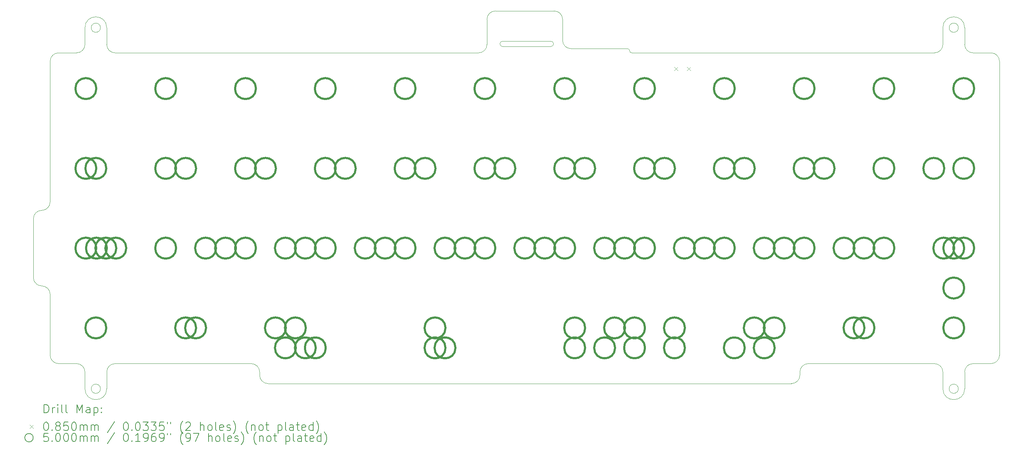
<source format=gbr>
%TF.GenerationSoftware,KiCad,Pcbnew,7.0.11-7.0.11~ubuntu22.04.1*%
%TF.CreationDate,2024-05-14T18:35:05+02:00*%
%TF.ProjectId,alpha4,616c7068-6134-42e6-9b69-6361645f7063,rev?*%
%TF.SameCoordinates,Original*%
%TF.FileFunction,Drillmap*%
%TF.FilePolarity,Positive*%
%FSLAX45Y45*%
G04 Gerber Fmt 4.5, Leading zero omitted, Abs format (unit mm)*
G04 Created by KiCad (PCBNEW 7.0.11-7.0.11~ubuntu22.04.1) date 2024-05-14 18:35:05*
%MOMM*%
%LPD*%
G01*
G04 APERTURE LIST*
%ADD10C,0.100000*%
%ADD11C,0.050000*%
%ADD12C,0.200000*%
%ADD13C,0.500000*%
G04 APERTURE END LIST*
D10*
X23909380Y-10220000D02*
G75*
G03*
X23709375Y-10020000I-200000J0D01*
G01*
X3430630Y-10220000D02*
G75*
G03*
X3230625Y-10020000I-200000J0D01*
G01*
X25060000Y-2600000D02*
X24629375Y-2600000D01*
X16382500Y-2500000D02*
X15032500Y-2500000D01*
X20697500Y-10020000D02*
G75*
G03*
X20497500Y-10220000I0J-200000D01*
G01*
X2200000Y-7965000D02*
G75*
G03*
X2400000Y-8165000I200000J0D01*
G01*
X3430625Y-2000000D02*
X3430625Y-2400000D01*
X7600620Y-10296250D02*
G75*
G03*
X7800625Y-10496250I200000J0D01*
G01*
D11*
X13402000Y-2320000D02*
G75*
G03*
X13402000Y-2450000I0J-65000D01*
G01*
D10*
X24279375Y-2000000D02*
G75*
G03*
X24059375Y-2000000I-110000J0D01*
G01*
X24059375Y-2000000D02*
G75*
G03*
X24279375Y-2000000I110000J0D01*
G01*
D11*
X14550000Y-2450000D02*
G75*
G03*
X14550000Y-2320000I0J65000D01*
G01*
D10*
X2200000Y-6560000D02*
X2200000Y-7965000D01*
D11*
X13402000Y-2320000D02*
X14550000Y-2320000D01*
D10*
X23709375Y-2600000D02*
X16482500Y-2600000D01*
X14632500Y-1599375D02*
X13227500Y-1599375D01*
X24429375Y-2000000D02*
G75*
G03*
X23909375Y-2000000I-260000J0D01*
G01*
X12827500Y-2600000D02*
G75*
G03*
X13027500Y-2400000I0J200000D01*
G01*
X13027500Y-1799375D02*
X13027500Y-2400000D01*
X3430625Y-10620000D02*
G75*
G03*
X3950625Y-10620000I260000J0D01*
G01*
X3950620Y-2400000D02*
G75*
G03*
X4150625Y-2600000I200000J0D01*
G01*
X7600630Y-10220000D02*
G75*
G03*
X7400625Y-10020000I-200000J0D01*
G01*
X25260000Y-9820000D02*
X25260000Y-2800000D01*
X3430625Y-10220000D02*
X3430625Y-10620000D01*
X2600000Y-8365000D02*
X2600000Y-9820000D01*
X3800625Y-2000000D02*
G75*
G03*
X3580625Y-2000000I-110000J0D01*
G01*
X3580625Y-2000000D02*
G75*
G03*
X3800625Y-2000000I110000J0D01*
G01*
X3800625Y-10620000D02*
G75*
G03*
X3580625Y-10620000I-110000J0D01*
G01*
X3580625Y-10620000D02*
G75*
G03*
X3800625Y-10620000I110000J0D01*
G01*
X14832495Y-1799375D02*
G75*
G03*
X14632500Y-1599375I-199995J5D01*
G01*
X14832500Y-2300000D02*
X14832500Y-1799375D01*
X20297500Y-10496250D02*
G75*
G03*
X20497500Y-10296250I0J200000D01*
G01*
X2800000Y-2600000D02*
G75*
G03*
X2600000Y-2800000I0J-200000D01*
G01*
X24429375Y-2400000D02*
X24429375Y-2000000D01*
X2400000Y-6360000D02*
G75*
G03*
X2200000Y-6560000I0J-200000D01*
G01*
X7600625Y-10220000D02*
X7600625Y-10296250D01*
X3950625Y-10620000D02*
X3950625Y-10220000D01*
X2600000Y-9820000D02*
G75*
G03*
X2800000Y-10020000I200000J0D01*
G01*
X4150625Y-10020005D02*
G75*
G03*
X3950625Y-10220000I-5J-199995D01*
G01*
X23909375Y-10220000D02*
X23909375Y-10620000D01*
X3230625Y-2599995D02*
G75*
G03*
X3430625Y-2400000I5J199995D01*
G01*
D11*
X14550000Y-2450000D02*
X13402000Y-2450000D01*
D10*
X14832500Y-2300000D02*
G75*
G03*
X15032500Y-2500000I200000J0D01*
G01*
X16432500Y-2550000D02*
G75*
G03*
X16482500Y-2600000I50000J0D01*
G01*
X3950625Y-2400000D02*
X3950625Y-2000000D01*
X25260000Y-2800000D02*
G75*
G03*
X25060000Y-2600000I-200000J0D01*
G01*
X12827500Y-2600000D02*
X4150625Y-2600000D01*
X24429370Y-2400000D02*
G75*
G03*
X24629375Y-2600000I200000J0D01*
G01*
X3950625Y-2000000D02*
G75*
G03*
X3430625Y-2000000I-260000J0D01*
G01*
X23909375Y-2000000D02*
X23909375Y-2400000D01*
X2600000Y-8365000D02*
G75*
G03*
X2400000Y-8165000I-200000J0D01*
G01*
X20697500Y-10020000D02*
X23709375Y-10020000D01*
X25060000Y-10020000D02*
G75*
G03*
X25260000Y-9820000I0J200000D01*
G01*
X3230625Y-2600000D02*
X2800000Y-2600000D01*
X24629375Y-10020000D02*
X25060000Y-10020000D01*
X2600000Y-2800000D02*
X2600000Y-6160000D01*
X24429375Y-10620000D02*
X24429375Y-10220000D01*
X23909375Y-10620000D02*
G75*
G03*
X24429375Y-10620000I260000J0D01*
G01*
X4150625Y-10020000D02*
X7400625Y-10020000D01*
X16432500Y-2550000D02*
G75*
G03*
X16382500Y-2500000I-50000J0D01*
G01*
X23709375Y-2599995D02*
G75*
G03*
X23909375Y-2400000I5J199995D01*
G01*
X2800000Y-10020000D02*
X3230625Y-10020000D01*
X2400000Y-6360000D02*
G75*
G03*
X2600000Y-6160000I0J200000D01*
G01*
X13227500Y-1599370D02*
G75*
G03*
X13027500Y-1799375I0J-200000D01*
G01*
X20497500Y-10296250D02*
X20497500Y-10220000D01*
X7800625Y-10496250D02*
X20297500Y-10496250D01*
X24279375Y-10620000D02*
G75*
G03*
X24059375Y-10620000I-110000J0D01*
G01*
X24059375Y-10620000D02*
G75*
G03*
X24279375Y-10620000I110000J0D01*
G01*
X24629375Y-10020005D02*
G75*
G03*
X24429375Y-10220000I-5J-199995D01*
G01*
D12*
D10*
X17500500Y-2938500D02*
X17585500Y-3023500D01*
X17585500Y-2938500D02*
X17500500Y-3023500D01*
X17800500Y-2938500D02*
X17885500Y-3023500D01*
X17885500Y-2938500D02*
X17800500Y-3023500D01*
D13*
X3702500Y-3452500D02*
G75*
G03*
X3202500Y-3452500I-250000J0D01*
G01*
X3202500Y-3452500D02*
G75*
G03*
X3702500Y-3452500I250000J0D01*
G01*
X3702500Y-5357500D02*
G75*
G03*
X3202500Y-5357500I-250000J0D01*
G01*
X3202500Y-5357500D02*
G75*
G03*
X3702500Y-5357500I250000J0D01*
G01*
X3702500Y-7262500D02*
G75*
G03*
X3202500Y-7262500I-250000J0D01*
G01*
X3202500Y-7262500D02*
G75*
G03*
X3702500Y-7262500I250000J0D01*
G01*
X3940625Y-5357500D02*
G75*
G03*
X3440625Y-5357500I-250000J0D01*
G01*
X3440625Y-5357500D02*
G75*
G03*
X3940625Y-5357500I250000J0D01*
G01*
X3940625Y-9167500D02*
G75*
G03*
X3440625Y-9167500I-250000J0D01*
G01*
X3440625Y-9167500D02*
G75*
G03*
X3940625Y-9167500I250000J0D01*
G01*
X3955025Y-7262500D02*
G75*
G03*
X3455025Y-7262500I-250000J0D01*
G01*
X3455025Y-7262500D02*
G75*
G03*
X3955025Y-7262500I250000J0D01*
G01*
X4178750Y-7262500D02*
G75*
G03*
X3678750Y-7262500I-250000J0D01*
G01*
X3678750Y-7262500D02*
G75*
G03*
X4178750Y-7262500I250000J0D01*
G01*
X4416875Y-7262500D02*
G75*
G03*
X3916875Y-7262500I-250000J0D01*
G01*
X3916875Y-7262500D02*
G75*
G03*
X4416875Y-7262500I250000J0D01*
G01*
X5607500Y-3452500D02*
G75*
G03*
X5107500Y-3452500I-250000J0D01*
G01*
X5107500Y-3452500D02*
G75*
G03*
X5607500Y-3452500I250000J0D01*
G01*
X5607500Y-5357500D02*
G75*
G03*
X5107500Y-5357500I-250000J0D01*
G01*
X5107500Y-5357500D02*
G75*
G03*
X5607500Y-5357500I250000J0D01*
G01*
X5607500Y-7262500D02*
G75*
G03*
X5107500Y-7262500I-250000J0D01*
G01*
X5107500Y-7262500D02*
G75*
G03*
X5607500Y-7262500I250000J0D01*
G01*
X6083750Y-5357500D02*
G75*
G03*
X5583750Y-5357500I-250000J0D01*
G01*
X5583750Y-5357500D02*
G75*
G03*
X6083750Y-5357500I250000J0D01*
G01*
X6083750Y-9167500D02*
G75*
G03*
X5583750Y-9167500I-250000J0D01*
G01*
X5583750Y-9167500D02*
G75*
G03*
X6083750Y-9167500I250000J0D01*
G01*
X6321875Y-9167500D02*
G75*
G03*
X5821875Y-9167500I-250000J0D01*
G01*
X5821875Y-9167500D02*
G75*
G03*
X6321875Y-9167500I250000J0D01*
G01*
X6560000Y-7262500D02*
G75*
G03*
X6060000Y-7262500I-250000J0D01*
G01*
X6060000Y-7262500D02*
G75*
G03*
X6560000Y-7262500I250000J0D01*
G01*
X7036250Y-7262500D02*
G75*
G03*
X6536250Y-7262500I-250000J0D01*
G01*
X6536250Y-7262500D02*
G75*
G03*
X7036250Y-7262500I250000J0D01*
G01*
X7512500Y-3452500D02*
G75*
G03*
X7012500Y-3452500I-250000J0D01*
G01*
X7012500Y-3452500D02*
G75*
G03*
X7512500Y-3452500I250000J0D01*
G01*
X7512500Y-5357500D02*
G75*
G03*
X7012500Y-5357500I-250000J0D01*
G01*
X7012500Y-5357500D02*
G75*
G03*
X7512500Y-5357500I250000J0D01*
G01*
X7512500Y-7262500D02*
G75*
G03*
X7012500Y-7262500I-250000J0D01*
G01*
X7012500Y-7262500D02*
G75*
G03*
X7512500Y-7262500I250000J0D01*
G01*
X7988750Y-5357500D02*
G75*
G03*
X7488750Y-5357500I-250000J0D01*
G01*
X7488750Y-5357500D02*
G75*
G03*
X7988750Y-5357500I250000J0D01*
G01*
X8226875Y-9167500D02*
G75*
G03*
X7726875Y-9167500I-250000J0D01*
G01*
X7726875Y-9167500D02*
G75*
G03*
X8226875Y-9167500I250000J0D01*
G01*
X8464950Y-9643800D02*
G75*
G03*
X7964950Y-9643800I-250000J0D01*
G01*
X7964950Y-9643800D02*
G75*
G03*
X8464950Y-9643800I250000J0D01*
G01*
X8465000Y-7262500D02*
G75*
G03*
X7965000Y-7262500I-250000J0D01*
G01*
X7965000Y-7262500D02*
G75*
G03*
X8465000Y-7262500I250000J0D01*
G01*
X8703125Y-9167500D02*
G75*
G03*
X8203125Y-9167500I-250000J0D01*
G01*
X8203125Y-9167500D02*
G75*
G03*
X8703125Y-9167500I250000J0D01*
G01*
X8941225Y-9643750D02*
G75*
G03*
X8441225Y-9643750I-250000J0D01*
G01*
X8441225Y-9643750D02*
G75*
G03*
X8941225Y-9643750I250000J0D01*
G01*
X8941250Y-7262500D02*
G75*
G03*
X8441250Y-7262500I-250000J0D01*
G01*
X8441250Y-7262500D02*
G75*
G03*
X8941250Y-7262500I250000J0D01*
G01*
X9179350Y-9643800D02*
G75*
G03*
X8679350Y-9643800I-250000J0D01*
G01*
X8679350Y-9643800D02*
G75*
G03*
X9179350Y-9643800I250000J0D01*
G01*
X9417500Y-3452500D02*
G75*
G03*
X8917500Y-3452500I-250000J0D01*
G01*
X8917500Y-3452500D02*
G75*
G03*
X9417500Y-3452500I250000J0D01*
G01*
X9417500Y-5357500D02*
G75*
G03*
X8917500Y-5357500I-250000J0D01*
G01*
X8917500Y-5357500D02*
G75*
G03*
X9417500Y-5357500I250000J0D01*
G01*
X9417500Y-7262500D02*
G75*
G03*
X8917500Y-7262500I-250000J0D01*
G01*
X8917500Y-7262500D02*
G75*
G03*
X9417500Y-7262500I250000J0D01*
G01*
X9893750Y-5357500D02*
G75*
G03*
X9393750Y-5357500I-250000J0D01*
G01*
X9393750Y-5357500D02*
G75*
G03*
X9893750Y-5357500I250000J0D01*
G01*
X10370000Y-7262500D02*
G75*
G03*
X9870000Y-7262500I-250000J0D01*
G01*
X9870000Y-7262500D02*
G75*
G03*
X10370000Y-7262500I250000J0D01*
G01*
X10846250Y-7262500D02*
G75*
G03*
X10346250Y-7262500I-250000J0D01*
G01*
X10346250Y-7262500D02*
G75*
G03*
X10846250Y-7262500I250000J0D01*
G01*
X11322500Y-3452500D02*
G75*
G03*
X10822500Y-3452500I-250000J0D01*
G01*
X10822500Y-3452500D02*
G75*
G03*
X11322500Y-3452500I250000J0D01*
G01*
X11322500Y-5357500D02*
G75*
G03*
X10822500Y-5357500I-250000J0D01*
G01*
X10822500Y-5357500D02*
G75*
G03*
X11322500Y-5357500I250000J0D01*
G01*
X11322500Y-7262500D02*
G75*
G03*
X10822500Y-7262500I-250000J0D01*
G01*
X10822500Y-7262500D02*
G75*
G03*
X11322500Y-7262500I250000J0D01*
G01*
X11798750Y-5357500D02*
G75*
G03*
X11298750Y-5357500I-250000J0D01*
G01*
X11298750Y-5357500D02*
G75*
G03*
X11798750Y-5357500I250000J0D01*
G01*
X12036875Y-9167500D02*
G75*
G03*
X11536875Y-9167500I-250000J0D01*
G01*
X11536875Y-9167500D02*
G75*
G03*
X12036875Y-9167500I250000J0D01*
G01*
X12036900Y-9643750D02*
G75*
G03*
X11536900Y-9643750I-250000J0D01*
G01*
X11536900Y-9643750D02*
G75*
G03*
X12036900Y-9643750I250000J0D01*
G01*
X12275000Y-7262500D02*
G75*
G03*
X11775000Y-7262500I-250000J0D01*
G01*
X11775000Y-7262500D02*
G75*
G03*
X12275000Y-7262500I250000J0D01*
G01*
X12275025Y-9643800D02*
G75*
G03*
X11775025Y-9643800I-250000J0D01*
G01*
X11775025Y-9643800D02*
G75*
G03*
X12275025Y-9643800I250000J0D01*
G01*
X12751250Y-7262500D02*
G75*
G03*
X12251250Y-7262500I-250000J0D01*
G01*
X12251250Y-7262500D02*
G75*
G03*
X12751250Y-7262500I250000J0D01*
G01*
X13227500Y-3452500D02*
G75*
G03*
X12727500Y-3452500I-250000J0D01*
G01*
X12727500Y-3452500D02*
G75*
G03*
X13227500Y-3452500I250000J0D01*
G01*
X13227500Y-5357500D02*
G75*
G03*
X12727500Y-5357500I-250000J0D01*
G01*
X12727500Y-5357500D02*
G75*
G03*
X13227500Y-5357500I250000J0D01*
G01*
X13227500Y-7262500D02*
G75*
G03*
X12727500Y-7262500I-250000J0D01*
G01*
X12727500Y-7262500D02*
G75*
G03*
X13227500Y-7262500I250000J0D01*
G01*
X13703750Y-5357500D02*
G75*
G03*
X13203750Y-5357500I-250000J0D01*
G01*
X13203750Y-5357500D02*
G75*
G03*
X13703750Y-5357500I250000J0D01*
G01*
X14180000Y-7262500D02*
G75*
G03*
X13680000Y-7262500I-250000J0D01*
G01*
X13680000Y-7262500D02*
G75*
G03*
X14180000Y-7262500I250000J0D01*
G01*
X14656250Y-7262500D02*
G75*
G03*
X14156250Y-7262500I-250000J0D01*
G01*
X14156250Y-7262500D02*
G75*
G03*
X14656250Y-7262500I250000J0D01*
G01*
X15132500Y-3452500D02*
G75*
G03*
X14632500Y-3452500I-250000J0D01*
G01*
X14632500Y-3452500D02*
G75*
G03*
X15132500Y-3452500I250000J0D01*
G01*
X15132500Y-5357500D02*
G75*
G03*
X14632500Y-5357500I-250000J0D01*
G01*
X14632500Y-5357500D02*
G75*
G03*
X15132500Y-5357500I250000J0D01*
G01*
X15132500Y-7262500D02*
G75*
G03*
X14632500Y-7262500I-250000J0D01*
G01*
X14632500Y-7262500D02*
G75*
G03*
X15132500Y-7262500I250000J0D01*
G01*
X15370600Y-9643750D02*
G75*
G03*
X14870600Y-9643750I-250000J0D01*
G01*
X14870600Y-9643750D02*
G75*
G03*
X15370600Y-9643750I250000J0D01*
G01*
X15370625Y-9167500D02*
G75*
G03*
X14870625Y-9167500I-250000J0D01*
G01*
X14870625Y-9167500D02*
G75*
G03*
X15370625Y-9167500I250000J0D01*
G01*
X15608750Y-5357500D02*
G75*
G03*
X15108750Y-5357500I-250000J0D01*
G01*
X15108750Y-5357500D02*
G75*
G03*
X15608750Y-5357500I250000J0D01*
G01*
X16085000Y-7262500D02*
G75*
G03*
X15585000Y-7262500I-250000J0D01*
G01*
X15585000Y-7262500D02*
G75*
G03*
X16085000Y-7262500I250000J0D01*
G01*
X16085025Y-9643800D02*
G75*
G03*
X15585025Y-9643800I-250000J0D01*
G01*
X15585025Y-9643800D02*
G75*
G03*
X16085025Y-9643800I250000J0D01*
G01*
X16323125Y-9167500D02*
G75*
G03*
X15823125Y-9167500I-250000J0D01*
G01*
X15823125Y-9167500D02*
G75*
G03*
X16323125Y-9167500I250000J0D01*
G01*
X16561250Y-7262500D02*
G75*
G03*
X16061250Y-7262500I-250000J0D01*
G01*
X16061250Y-7262500D02*
G75*
G03*
X16561250Y-7262500I250000J0D01*
G01*
X16799375Y-9167500D02*
G75*
G03*
X16299375Y-9167500I-250000J0D01*
G01*
X16299375Y-9167500D02*
G75*
G03*
X16799375Y-9167500I250000J0D01*
G01*
X16799400Y-9643800D02*
G75*
G03*
X16299400Y-9643800I-250000J0D01*
G01*
X16299400Y-9643800D02*
G75*
G03*
X16799400Y-9643800I250000J0D01*
G01*
X17037500Y-3452500D02*
G75*
G03*
X16537500Y-3452500I-250000J0D01*
G01*
X16537500Y-3452500D02*
G75*
G03*
X17037500Y-3452500I250000J0D01*
G01*
X17037500Y-5357500D02*
G75*
G03*
X16537500Y-5357500I-250000J0D01*
G01*
X16537500Y-5357500D02*
G75*
G03*
X17037500Y-5357500I250000J0D01*
G01*
X17037500Y-7262500D02*
G75*
G03*
X16537500Y-7262500I-250000J0D01*
G01*
X16537500Y-7262500D02*
G75*
G03*
X17037500Y-7262500I250000J0D01*
G01*
X17513750Y-5357500D02*
G75*
G03*
X17013750Y-5357500I-250000J0D01*
G01*
X17013750Y-5357500D02*
G75*
G03*
X17513750Y-5357500I250000J0D01*
G01*
X17751875Y-9167500D02*
G75*
G03*
X17251875Y-9167500I-250000J0D01*
G01*
X17251875Y-9167500D02*
G75*
G03*
X17751875Y-9167500I250000J0D01*
G01*
X17751900Y-9643750D02*
G75*
G03*
X17251900Y-9643750I-250000J0D01*
G01*
X17251900Y-9643750D02*
G75*
G03*
X17751900Y-9643750I250000J0D01*
G01*
X17990000Y-7262500D02*
G75*
G03*
X17490000Y-7262500I-250000J0D01*
G01*
X17490000Y-7262500D02*
G75*
G03*
X17990000Y-7262500I250000J0D01*
G01*
X18466250Y-7262500D02*
G75*
G03*
X17966250Y-7262500I-250000J0D01*
G01*
X17966250Y-7262500D02*
G75*
G03*
X18466250Y-7262500I250000J0D01*
G01*
X18942500Y-3452500D02*
G75*
G03*
X18442500Y-3452500I-250000J0D01*
G01*
X18442500Y-3452500D02*
G75*
G03*
X18942500Y-3452500I250000J0D01*
G01*
X18942500Y-5357500D02*
G75*
G03*
X18442500Y-5357500I-250000J0D01*
G01*
X18442500Y-5357500D02*
G75*
G03*
X18942500Y-5357500I250000J0D01*
G01*
X18942500Y-7262500D02*
G75*
G03*
X18442500Y-7262500I-250000J0D01*
G01*
X18442500Y-7262500D02*
G75*
G03*
X18942500Y-7262500I250000J0D01*
G01*
X19180650Y-9643800D02*
G75*
G03*
X18680650Y-9643800I-250000J0D01*
G01*
X18680650Y-9643800D02*
G75*
G03*
X19180650Y-9643800I250000J0D01*
G01*
X19418750Y-5357500D02*
G75*
G03*
X18918750Y-5357500I-250000J0D01*
G01*
X18918750Y-5357500D02*
G75*
G03*
X19418750Y-5357500I250000J0D01*
G01*
X19656875Y-9167500D02*
G75*
G03*
X19156875Y-9167500I-250000J0D01*
G01*
X19156875Y-9167500D02*
G75*
G03*
X19656875Y-9167500I250000J0D01*
G01*
X19894975Y-9643750D02*
G75*
G03*
X19394975Y-9643750I-250000J0D01*
G01*
X19394975Y-9643750D02*
G75*
G03*
X19894975Y-9643750I250000J0D01*
G01*
X19895000Y-7262500D02*
G75*
G03*
X19395000Y-7262500I-250000J0D01*
G01*
X19395000Y-7262500D02*
G75*
G03*
X19895000Y-7262500I250000J0D01*
G01*
X20133125Y-9167500D02*
G75*
G03*
X19633125Y-9167500I-250000J0D01*
G01*
X19633125Y-9167500D02*
G75*
G03*
X20133125Y-9167500I250000J0D01*
G01*
X20371250Y-7262500D02*
G75*
G03*
X19871250Y-7262500I-250000J0D01*
G01*
X19871250Y-7262500D02*
G75*
G03*
X20371250Y-7262500I250000J0D01*
G01*
X20847500Y-3452500D02*
G75*
G03*
X20347500Y-3452500I-250000J0D01*
G01*
X20347500Y-3452500D02*
G75*
G03*
X20847500Y-3452500I250000J0D01*
G01*
X20847500Y-5357500D02*
G75*
G03*
X20347500Y-5357500I-250000J0D01*
G01*
X20347500Y-5357500D02*
G75*
G03*
X20847500Y-5357500I250000J0D01*
G01*
X20847500Y-7262500D02*
G75*
G03*
X20347500Y-7262500I-250000J0D01*
G01*
X20347500Y-7262500D02*
G75*
G03*
X20847500Y-7262500I250000J0D01*
G01*
X21323750Y-5357500D02*
G75*
G03*
X20823750Y-5357500I-250000J0D01*
G01*
X20823750Y-5357500D02*
G75*
G03*
X21323750Y-5357500I250000J0D01*
G01*
X21800000Y-7262500D02*
G75*
G03*
X21300000Y-7262500I-250000J0D01*
G01*
X21300000Y-7262500D02*
G75*
G03*
X21800000Y-7262500I250000J0D01*
G01*
X22038125Y-9167500D02*
G75*
G03*
X21538125Y-9167500I-250000J0D01*
G01*
X21538125Y-9167500D02*
G75*
G03*
X22038125Y-9167500I250000J0D01*
G01*
X22276250Y-7262500D02*
G75*
G03*
X21776250Y-7262500I-250000J0D01*
G01*
X21776250Y-7262500D02*
G75*
G03*
X22276250Y-7262500I250000J0D01*
G01*
X22276250Y-9167500D02*
G75*
G03*
X21776250Y-9167500I-250000J0D01*
G01*
X21776250Y-9167500D02*
G75*
G03*
X22276250Y-9167500I250000J0D01*
G01*
X22752500Y-3452500D02*
G75*
G03*
X22252500Y-3452500I-250000J0D01*
G01*
X22252500Y-3452500D02*
G75*
G03*
X22752500Y-3452500I250000J0D01*
G01*
X22752500Y-5357500D02*
G75*
G03*
X22252500Y-5357500I-250000J0D01*
G01*
X22252500Y-5357500D02*
G75*
G03*
X22752500Y-5357500I250000J0D01*
G01*
X22752500Y-7262500D02*
G75*
G03*
X22252500Y-7262500I-250000J0D01*
G01*
X22252500Y-7262500D02*
G75*
G03*
X22752500Y-7262500I250000J0D01*
G01*
X23943125Y-5357500D02*
G75*
G03*
X23443125Y-5357500I-250000J0D01*
G01*
X23443125Y-5357500D02*
G75*
G03*
X23943125Y-5357500I250000J0D01*
G01*
X24181250Y-7262500D02*
G75*
G03*
X23681250Y-7262500I-250000J0D01*
G01*
X23681250Y-7262500D02*
G75*
G03*
X24181250Y-7262500I250000J0D01*
G01*
X24419375Y-7262500D02*
G75*
G03*
X23919375Y-7262500I-250000J0D01*
G01*
X23919375Y-7262500D02*
G75*
G03*
X24419375Y-7262500I250000J0D01*
G01*
X24419375Y-8215000D02*
G75*
G03*
X23919375Y-8215000I-250000J0D01*
G01*
X23919375Y-8215000D02*
G75*
G03*
X24419375Y-8215000I250000J0D01*
G01*
X24419375Y-9167500D02*
G75*
G03*
X23919375Y-9167500I-250000J0D01*
G01*
X23919375Y-9167500D02*
G75*
G03*
X24419375Y-9167500I250000J0D01*
G01*
X24657500Y-3452500D02*
G75*
G03*
X24157500Y-3452500I-250000J0D01*
G01*
X24157500Y-3452500D02*
G75*
G03*
X24657500Y-3452500I250000J0D01*
G01*
X24657500Y-5357500D02*
G75*
G03*
X24157500Y-5357500I-250000J0D01*
G01*
X24157500Y-5357500D02*
G75*
G03*
X24657500Y-5357500I250000J0D01*
G01*
X24657500Y-7262500D02*
G75*
G03*
X24157500Y-7262500I-250000J0D01*
G01*
X24157500Y-7262500D02*
G75*
G03*
X24657500Y-7262500I250000J0D01*
G01*
D12*
X2455777Y-11196484D02*
X2455777Y-10996484D01*
X2455777Y-10996484D02*
X2503396Y-10996484D01*
X2503396Y-10996484D02*
X2531967Y-11006008D01*
X2531967Y-11006008D02*
X2551015Y-11025055D01*
X2551015Y-11025055D02*
X2560539Y-11044103D01*
X2560539Y-11044103D02*
X2570063Y-11082198D01*
X2570063Y-11082198D02*
X2570063Y-11110770D01*
X2570063Y-11110770D02*
X2560539Y-11148865D01*
X2560539Y-11148865D02*
X2551015Y-11167912D01*
X2551015Y-11167912D02*
X2531967Y-11186960D01*
X2531967Y-11186960D02*
X2503396Y-11196484D01*
X2503396Y-11196484D02*
X2455777Y-11196484D01*
X2655777Y-11196484D02*
X2655777Y-11063150D01*
X2655777Y-11101246D02*
X2665301Y-11082198D01*
X2665301Y-11082198D02*
X2674824Y-11072674D01*
X2674824Y-11072674D02*
X2693872Y-11063150D01*
X2693872Y-11063150D02*
X2712920Y-11063150D01*
X2779586Y-11196484D02*
X2779586Y-11063150D01*
X2779586Y-10996484D02*
X2770063Y-11006008D01*
X2770063Y-11006008D02*
X2779586Y-11015531D01*
X2779586Y-11015531D02*
X2789110Y-11006008D01*
X2789110Y-11006008D02*
X2779586Y-10996484D01*
X2779586Y-10996484D02*
X2779586Y-11015531D01*
X2903396Y-11196484D02*
X2884348Y-11186960D01*
X2884348Y-11186960D02*
X2874824Y-11167912D01*
X2874824Y-11167912D02*
X2874824Y-10996484D01*
X3008158Y-11196484D02*
X2989110Y-11186960D01*
X2989110Y-11186960D02*
X2979586Y-11167912D01*
X2979586Y-11167912D02*
X2979586Y-10996484D01*
X3236729Y-11196484D02*
X3236729Y-10996484D01*
X3236729Y-10996484D02*
X3303396Y-11139341D01*
X3303396Y-11139341D02*
X3370062Y-10996484D01*
X3370062Y-10996484D02*
X3370062Y-11196484D01*
X3551015Y-11196484D02*
X3551015Y-11091722D01*
X3551015Y-11091722D02*
X3541491Y-11072674D01*
X3541491Y-11072674D02*
X3522443Y-11063150D01*
X3522443Y-11063150D02*
X3484348Y-11063150D01*
X3484348Y-11063150D02*
X3465301Y-11072674D01*
X3551015Y-11186960D02*
X3531967Y-11196484D01*
X3531967Y-11196484D02*
X3484348Y-11196484D01*
X3484348Y-11196484D02*
X3465301Y-11186960D01*
X3465301Y-11186960D02*
X3455777Y-11167912D01*
X3455777Y-11167912D02*
X3455777Y-11148865D01*
X3455777Y-11148865D02*
X3465301Y-11129817D01*
X3465301Y-11129817D02*
X3484348Y-11120293D01*
X3484348Y-11120293D02*
X3531967Y-11120293D01*
X3531967Y-11120293D02*
X3551015Y-11110770D01*
X3646253Y-11063150D02*
X3646253Y-11263150D01*
X3646253Y-11072674D02*
X3665301Y-11063150D01*
X3665301Y-11063150D02*
X3703396Y-11063150D01*
X3703396Y-11063150D02*
X3722443Y-11072674D01*
X3722443Y-11072674D02*
X3731967Y-11082198D01*
X3731967Y-11082198D02*
X3741491Y-11101246D01*
X3741491Y-11101246D02*
X3741491Y-11158389D01*
X3741491Y-11158389D02*
X3731967Y-11177436D01*
X3731967Y-11177436D02*
X3722443Y-11186960D01*
X3722443Y-11186960D02*
X3703396Y-11196484D01*
X3703396Y-11196484D02*
X3665301Y-11196484D01*
X3665301Y-11196484D02*
X3646253Y-11186960D01*
X3827205Y-11177436D02*
X3836729Y-11186960D01*
X3836729Y-11186960D02*
X3827205Y-11196484D01*
X3827205Y-11196484D02*
X3817682Y-11186960D01*
X3817682Y-11186960D02*
X3827205Y-11177436D01*
X3827205Y-11177436D02*
X3827205Y-11196484D01*
X3827205Y-11072674D02*
X3836729Y-11082198D01*
X3836729Y-11082198D02*
X3827205Y-11091722D01*
X3827205Y-11091722D02*
X3817682Y-11082198D01*
X3817682Y-11082198D02*
X3827205Y-11072674D01*
X3827205Y-11072674D02*
X3827205Y-11091722D01*
D10*
X2110000Y-11482500D02*
X2195000Y-11567500D01*
X2195000Y-11482500D02*
X2110000Y-11567500D01*
D12*
X2493872Y-11416484D02*
X2512920Y-11416484D01*
X2512920Y-11416484D02*
X2531967Y-11426008D01*
X2531967Y-11426008D02*
X2541491Y-11435531D01*
X2541491Y-11435531D02*
X2551015Y-11454579D01*
X2551015Y-11454579D02*
X2560539Y-11492674D01*
X2560539Y-11492674D02*
X2560539Y-11540293D01*
X2560539Y-11540293D02*
X2551015Y-11578388D01*
X2551015Y-11578388D02*
X2541491Y-11597436D01*
X2541491Y-11597436D02*
X2531967Y-11606960D01*
X2531967Y-11606960D02*
X2512920Y-11616484D01*
X2512920Y-11616484D02*
X2493872Y-11616484D01*
X2493872Y-11616484D02*
X2474824Y-11606960D01*
X2474824Y-11606960D02*
X2465301Y-11597436D01*
X2465301Y-11597436D02*
X2455777Y-11578388D01*
X2455777Y-11578388D02*
X2446253Y-11540293D01*
X2446253Y-11540293D02*
X2446253Y-11492674D01*
X2446253Y-11492674D02*
X2455777Y-11454579D01*
X2455777Y-11454579D02*
X2465301Y-11435531D01*
X2465301Y-11435531D02*
X2474824Y-11426008D01*
X2474824Y-11426008D02*
X2493872Y-11416484D01*
X2646253Y-11597436D02*
X2655777Y-11606960D01*
X2655777Y-11606960D02*
X2646253Y-11616484D01*
X2646253Y-11616484D02*
X2636729Y-11606960D01*
X2636729Y-11606960D02*
X2646253Y-11597436D01*
X2646253Y-11597436D02*
X2646253Y-11616484D01*
X2770063Y-11502198D02*
X2751015Y-11492674D01*
X2751015Y-11492674D02*
X2741491Y-11483150D01*
X2741491Y-11483150D02*
X2731967Y-11464103D01*
X2731967Y-11464103D02*
X2731967Y-11454579D01*
X2731967Y-11454579D02*
X2741491Y-11435531D01*
X2741491Y-11435531D02*
X2751015Y-11426008D01*
X2751015Y-11426008D02*
X2770063Y-11416484D01*
X2770063Y-11416484D02*
X2808158Y-11416484D01*
X2808158Y-11416484D02*
X2827205Y-11426008D01*
X2827205Y-11426008D02*
X2836729Y-11435531D01*
X2836729Y-11435531D02*
X2846253Y-11454579D01*
X2846253Y-11454579D02*
X2846253Y-11464103D01*
X2846253Y-11464103D02*
X2836729Y-11483150D01*
X2836729Y-11483150D02*
X2827205Y-11492674D01*
X2827205Y-11492674D02*
X2808158Y-11502198D01*
X2808158Y-11502198D02*
X2770063Y-11502198D01*
X2770063Y-11502198D02*
X2751015Y-11511722D01*
X2751015Y-11511722D02*
X2741491Y-11521246D01*
X2741491Y-11521246D02*
X2731967Y-11540293D01*
X2731967Y-11540293D02*
X2731967Y-11578388D01*
X2731967Y-11578388D02*
X2741491Y-11597436D01*
X2741491Y-11597436D02*
X2751015Y-11606960D01*
X2751015Y-11606960D02*
X2770063Y-11616484D01*
X2770063Y-11616484D02*
X2808158Y-11616484D01*
X2808158Y-11616484D02*
X2827205Y-11606960D01*
X2827205Y-11606960D02*
X2836729Y-11597436D01*
X2836729Y-11597436D02*
X2846253Y-11578388D01*
X2846253Y-11578388D02*
X2846253Y-11540293D01*
X2846253Y-11540293D02*
X2836729Y-11521246D01*
X2836729Y-11521246D02*
X2827205Y-11511722D01*
X2827205Y-11511722D02*
X2808158Y-11502198D01*
X3027205Y-11416484D02*
X2931967Y-11416484D01*
X2931967Y-11416484D02*
X2922443Y-11511722D01*
X2922443Y-11511722D02*
X2931967Y-11502198D01*
X2931967Y-11502198D02*
X2951015Y-11492674D01*
X2951015Y-11492674D02*
X2998634Y-11492674D01*
X2998634Y-11492674D02*
X3017682Y-11502198D01*
X3017682Y-11502198D02*
X3027205Y-11511722D01*
X3027205Y-11511722D02*
X3036729Y-11530769D01*
X3036729Y-11530769D02*
X3036729Y-11578388D01*
X3036729Y-11578388D02*
X3027205Y-11597436D01*
X3027205Y-11597436D02*
X3017682Y-11606960D01*
X3017682Y-11606960D02*
X2998634Y-11616484D01*
X2998634Y-11616484D02*
X2951015Y-11616484D01*
X2951015Y-11616484D02*
X2931967Y-11606960D01*
X2931967Y-11606960D02*
X2922443Y-11597436D01*
X3160539Y-11416484D02*
X3179586Y-11416484D01*
X3179586Y-11416484D02*
X3198634Y-11426008D01*
X3198634Y-11426008D02*
X3208158Y-11435531D01*
X3208158Y-11435531D02*
X3217682Y-11454579D01*
X3217682Y-11454579D02*
X3227205Y-11492674D01*
X3227205Y-11492674D02*
X3227205Y-11540293D01*
X3227205Y-11540293D02*
X3217682Y-11578388D01*
X3217682Y-11578388D02*
X3208158Y-11597436D01*
X3208158Y-11597436D02*
X3198634Y-11606960D01*
X3198634Y-11606960D02*
X3179586Y-11616484D01*
X3179586Y-11616484D02*
X3160539Y-11616484D01*
X3160539Y-11616484D02*
X3141491Y-11606960D01*
X3141491Y-11606960D02*
X3131967Y-11597436D01*
X3131967Y-11597436D02*
X3122443Y-11578388D01*
X3122443Y-11578388D02*
X3112920Y-11540293D01*
X3112920Y-11540293D02*
X3112920Y-11492674D01*
X3112920Y-11492674D02*
X3122443Y-11454579D01*
X3122443Y-11454579D02*
X3131967Y-11435531D01*
X3131967Y-11435531D02*
X3141491Y-11426008D01*
X3141491Y-11426008D02*
X3160539Y-11416484D01*
X3312920Y-11616484D02*
X3312920Y-11483150D01*
X3312920Y-11502198D02*
X3322443Y-11492674D01*
X3322443Y-11492674D02*
X3341491Y-11483150D01*
X3341491Y-11483150D02*
X3370063Y-11483150D01*
X3370063Y-11483150D02*
X3389110Y-11492674D01*
X3389110Y-11492674D02*
X3398634Y-11511722D01*
X3398634Y-11511722D02*
X3398634Y-11616484D01*
X3398634Y-11511722D02*
X3408158Y-11492674D01*
X3408158Y-11492674D02*
X3427205Y-11483150D01*
X3427205Y-11483150D02*
X3455777Y-11483150D01*
X3455777Y-11483150D02*
X3474824Y-11492674D01*
X3474824Y-11492674D02*
X3484348Y-11511722D01*
X3484348Y-11511722D02*
X3484348Y-11616484D01*
X3579586Y-11616484D02*
X3579586Y-11483150D01*
X3579586Y-11502198D02*
X3589110Y-11492674D01*
X3589110Y-11492674D02*
X3608158Y-11483150D01*
X3608158Y-11483150D02*
X3636729Y-11483150D01*
X3636729Y-11483150D02*
X3655777Y-11492674D01*
X3655777Y-11492674D02*
X3665301Y-11511722D01*
X3665301Y-11511722D02*
X3665301Y-11616484D01*
X3665301Y-11511722D02*
X3674824Y-11492674D01*
X3674824Y-11492674D02*
X3693872Y-11483150D01*
X3693872Y-11483150D02*
X3722443Y-11483150D01*
X3722443Y-11483150D02*
X3741491Y-11492674D01*
X3741491Y-11492674D02*
X3751015Y-11511722D01*
X3751015Y-11511722D02*
X3751015Y-11616484D01*
X4141491Y-11406960D02*
X3970063Y-11664103D01*
X4398634Y-11416484D02*
X4417682Y-11416484D01*
X4417682Y-11416484D02*
X4436729Y-11426008D01*
X4436729Y-11426008D02*
X4446253Y-11435531D01*
X4446253Y-11435531D02*
X4455777Y-11454579D01*
X4455777Y-11454579D02*
X4465301Y-11492674D01*
X4465301Y-11492674D02*
X4465301Y-11540293D01*
X4465301Y-11540293D02*
X4455777Y-11578388D01*
X4455777Y-11578388D02*
X4446253Y-11597436D01*
X4446253Y-11597436D02*
X4436729Y-11606960D01*
X4436729Y-11606960D02*
X4417682Y-11616484D01*
X4417682Y-11616484D02*
X4398634Y-11616484D01*
X4398634Y-11616484D02*
X4379587Y-11606960D01*
X4379587Y-11606960D02*
X4370063Y-11597436D01*
X4370063Y-11597436D02*
X4360539Y-11578388D01*
X4360539Y-11578388D02*
X4351015Y-11540293D01*
X4351015Y-11540293D02*
X4351015Y-11492674D01*
X4351015Y-11492674D02*
X4360539Y-11454579D01*
X4360539Y-11454579D02*
X4370063Y-11435531D01*
X4370063Y-11435531D02*
X4379587Y-11426008D01*
X4379587Y-11426008D02*
X4398634Y-11416484D01*
X4551015Y-11597436D02*
X4560539Y-11606960D01*
X4560539Y-11606960D02*
X4551015Y-11616484D01*
X4551015Y-11616484D02*
X4541491Y-11606960D01*
X4541491Y-11606960D02*
X4551015Y-11597436D01*
X4551015Y-11597436D02*
X4551015Y-11616484D01*
X4684348Y-11416484D02*
X4703396Y-11416484D01*
X4703396Y-11416484D02*
X4722444Y-11426008D01*
X4722444Y-11426008D02*
X4731968Y-11435531D01*
X4731968Y-11435531D02*
X4741491Y-11454579D01*
X4741491Y-11454579D02*
X4751015Y-11492674D01*
X4751015Y-11492674D02*
X4751015Y-11540293D01*
X4751015Y-11540293D02*
X4741491Y-11578388D01*
X4741491Y-11578388D02*
X4731968Y-11597436D01*
X4731968Y-11597436D02*
X4722444Y-11606960D01*
X4722444Y-11606960D02*
X4703396Y-11616484D01*
X4703396Y-11616484D02*
X4684348Y-11616484D01*
X4684348Y-11616484D02*
X4665301Y-11606960D01*
X4665301Y-11606960D02*
X4655777Y-11597436D01*
X4655777Y-11597436D02*
X4646253Y-11578388D01*
X4646253Y-11578388D02*
X4636729Y-11540293D01*
X4636729Y-11540293D02*
X4636729Y-11492674D01*
X4636729Y-11492674D02*
X4646253Y-11454579D01*
X4646253Y-11454579D02*
X4655777Y-11435531D01*
X4655777Y-11435531D02*
X4665301Y-11426008D01*
X4665301Y-11426008D02*
X4684348Y-11416484D01*
X4817682Y-11416484D02*
X4941491Y-11416484D01*
X4941491Y-11416484D02*
X4874825Y-11492674D01*
X4874825Y-11492674D02*
X4903396Y-11492674D01*
X4903396Y-11492674D02*
X4922444Y-11502198D01*
X4922444Y-11502198D02*
X4931968Y-11511722D01*
X4931968Y-11511722D02*
X4941491Y-11530769D01*
X4941491Y-11530769D02*
X4941491Y-11578388D01*
X4941491Y-11578388D02*
X4931968Y-11597436D01*
X4931968Y-11597436D02*
X4922444Y-11606960D01*
X4922444Y-11606960D02*
X4903396Y-11616484D01*
X4903396Y-11616484D02*
X4846253Y-11616484D01*
X4846253Y-11616484D02*
X4827206Y-11606960D01*
X4827206Y-11606960D02*
X4817682Y-11597436D01*
X5008158Y-11416484D02*
X5131968Y-11416484D01*
X5131968Y-11416484D02*
X5065301Y-11492674D01*
X5065301Y-11492674D02*
X5093872Y-11492674D01*
X5093872Y-11492674D02*
X5112920Y-11502198D01*
X5112920Y-11502198D02*
X5122444Y-11511722D01*
X5122444Y-11511722D02*
X5131968Y-11530769D01*
X5131968Y-11530769D02*
X5131968Y-11578388D01*
X5131968Y-11578388D02*
X5122444Y-11597436D01*
X5122444Y-11597436D02*
X5112920Y-11606960D01*
X5112920Y-11606960D02*
X5093872Y-11616484D01*
X5093872Y-11616484D02*
X5036729Y-11616484D01*
X5036729Y-11616484D02*
X5017682Y-11606960D01*
X5017682Y-11606960D02*
X5008158Y-11597436D01*
X5312920Y-11416484D02*
X5217682Y-11416484D01*
X5217682Y-11416484D02*
X5208158Y-11511722D01*
X5208158Y-11511722D02*
X5217682Y-11502198D01*
X5217682Y-11502198D02*
X5236729Y-11492674D01*
X5236729Y-11492674D02*
X5284349Y-11492674D01*
X5284349Y-11492674D02*
X5303396Y-11502198D01*
X5303396Y-11502198D02*
X5312920Y-11511722D01*
X5312920Y-11511722D02*
X5322444Y-11530769D01*
X5322444Y-11530769D02*
X5322444Y-11578388D01*
X5322444Y-11578388D02*
X5312920Y-11597436D01*
X5312920Y-11597436D02*
X5303396Y-11606960D01*
X5303396Y-11606960D02*
X5284349Y-11616484D01*
X5284349Y-11616484D02*
X5236729Y-11616484D01*
X5236729Y-11616484D02*
X5217682Y-11606960D01*
X5217682Y-11606960D02*
X5208158Y-11597436D01*
X5398634Y-11416484D02*
X5398634Y-11454579D01*
X5474825Y-11416484D02*
X5474825Y-11454579D01*
X5770063Y-11692674D02*
X5760539Y-11683150D01*
X5760539Y-11683150D02*
X5741491Y-11654579D01*
X5741491Y-11654579D02*
X5731968Y-11635531D01*
X5731968Y-11635531D02*
X5722444Y-11606960D01*
X5722444Y-11606960D02*
X5712920Y-11559341D01*
X5712920Y-11559341D02*
X5712920Y-11521246D01*
X5712920Y-11521246D02*
X5722444Y-11473627D01*
X5722444Y-11473627D02*
X5731968Y-11445055D01*
X5731968Y-11445055D02*
X5741491Y-11426008D01*
X5741491Y-11426008D02*
X5760539Y-11397436D01*
X5760539Y-11397436D02*
X5770063Y-11387912D01*
X5836729Y-11435531D02*
X5846253Y-11426008D01*
X5846253Y-11426008D02*
X5865301Y-11416484D01*
X5865301Y-11416484D02*
X5912920Y-11416484D01*
X5912920Y-11416484D02*
X5931968Y-11426008D01*
X5931968Y-11426008D02*
X5941491Y-11435531D01*
X5941491Y-11435531D02*
X5951015Y-11454579D01*
X5951015Y-11454579D02*
X5951015Y-11473627D01*
X5951015Y-11473627D02*
X5941491Y-11502198D01*
X5941491Y-11502198D02*
X5827206Y-11616484D01*
X5827206Y-11616484D02*
X5951015Y-11616484D01*
X6189110Y-11616484D02*
X6189110Y-11416484D01*
X6274825Y-11616484D02*
X6274825Y-11511722D01*
X6274825Y-11511722D02*
X6265301Y-11492674D01*
X6265301Y-11492674D02*
X6246253Y-11483150D01*
X6246253Y-11483150D02*
X6217682Y-11483150D01*
X6217682Y-11483150D02*
X6198634Y-11492674D01*
X6198634Y-11492674D02*
X6189110Y-11502198D01*
X6398634Y-11616484D02*
X6379587Y-11606960D01*
X6379587Y-11606960D02*
X6370063Y-11597436D01*
X6370063Y-11597436D02*
X6360539Y-11578388D01*
X6360539Y-11578388D02*
X6360539Y-11521246D01*
X6360539Y-11521246D02*
X6370063Y-11502198D01*
X6370063Y-11502198D02*
X6379587Y-11492674D01*
X6379587Y-11492674D02*
X6398634Y-11483150D01*
X6398634Y-11483150D02*
X6427206Y-11483150D01*
X6427206Y-11483150D02*
X6446253Y-11492674D01*
X6446253Y-11492674D02*
X6455777Y-11502198D01*
X6455777Y-11502198D02*
X6465301Y-11521246D01*
X6465301Y-11521246D02*
X6465301Y-11578388D01*
X6465301Y-11578388D02*
X6455777Y-11597436D01*
X6455777Y-11597436D02*
X6446253Y-11606960D01*
X6446253Y-11606960D02*
X6427206Y-11616484D01*
X6427206Y-11616484D02*
X6398634Y-11616484D01*
X6579587Y-11616484D02*
X6560539Y-11606960D01*
X6560539Y-11606960D02*
X6551015Y-11587912D01*
X6551015Y-11587912D02*
X6551015Y-11416484D01*
X6731968Y-11606960D02*
X6712920Y-11616484D01*
X6712920Y-11616484D02*
X6674825Y-11616484D01*
X6674825Y-11616484D02*
X6655777Y-11606960D01*
X6655777Y-11606960D02*
X6646253Y-11587912D01*
X6646253Y-11587912D02*
X6646253Y-11511722D01*
X6646253Y-11511722D02*
X6655777Y-11492674D01*
X6655777Y-11492674D02*
X6674825Y-11483150D01*
X6674825Y-11483150D02*
X6712920Y-11483150D01*
X6712920Y-11483150D02*
X6731968Y-11492674D01*
X6731968Y-11492674D02*
X6741491Y-11511722D01*
X6741491Y-11511722D02*
X6741491Y-11530769D01*
X6741491Y-11530769D02*
X6646253Y-11549817D01*
X6817682Y-11606960D02*
X6836730Y-11616484D01*
X6836730Y-11616484D02*
X6874825Y-11616484D01*
X6874825Y-11616484D02*
X6893872Y-11606960D01*
X6893872Y-11606960D02*
X6903396Y-11587912D01*
X6903396Y-11587912D02*
X6903396Y-11578388D01*
X6903396Y-11578388D02*
X6893872Y-11559341D01*
X6893872Y-11559341D02*
X6874825Y-11549817D01*
X6874825Y-11549817D02*
X6846253Y-11549817D01*
X6846253Y-11549817D02*
X6827206Y-11540293D01*
X6827206Y-11540293D02*
X6817682Y-11521246D01*
X6817682Y-11521246D02*
X6817682Y-11511722D01*
X6817682Y-11511722D02*
X6827206Y-11492674D01*
X6827206Y-11492674D02*
X6846253Y-11483150D01*
X6846253Y-11483150D02*
X6874825Y-11483150D01*
X6874825Y-11483150D02*
X6893872Y-11492674D01*
X6970063Y-11692674D02*
X6979587Y-11683150D01*
X6979587Y-11683150D02*
X6998634Y-11654579D01*
X6998634Y-11654579D02*
X7008158Y-11635531D01*
X7008158Y-11635531D02*
X7017682Y-11606960D01*
X7017682Y-11606960D02*
X7027206Y-11559341D01*
X7027206Y-11559341D02*
X7027206Y-11521246D01*
X7027206Y-11521246D02*
X7017682Y-11473627D01*
X7017682Y-11473627D02*
X7008158Y-11445055D01*
X7008158Y-11445055D02*
X6998634Y-11426008D01*
X6998634Y-11426008D02*
X6979587Y-11397436D01*
X6979587Y-11397436D02*
X6970063Y-11387912D01*
X7331968Y-11692674D02*
X7322444Y-11683150D01*
X7322444Y-11683150D02*
X7303396Y-11654579D01*
X7303396Y-11654579D02*
X7293872Y-11635531D01*
X7293872Y-11635531D02*
X7284349Y-11606960D01*
X7284349Y-11606960D02*
X7274825Y-11559341D01*
X7274825Y-11559341D02*
X7274825Y-11521246D01*
X7274825Y-11521246D02*
X7284349Y-11473627D01*
X7284349Y-11473627D02*
X7293872Y-11445055D01*
X7293872Y-11445055D02*
X7303396Y-11426008D01*
X7303396Y-11426008D02*
X7322444Y-11397436D01*
X7322444Y-11397436D02*
X7331968Y-11387912D01*
X7408158Y-11483150D02*
X7408158Y-11616484D01*
X7408158Y-11502198D02*
X7417682Y-11492674D01*
X7417682Y-11492674D02*
X7436730Y-11483150D01*
X7436730Y-11483150D02*
X7465301Y-11483150D01*
X7465301Y-11483150D02*
X7484349Y-11492674D01*
X7484349Y-11492674D02*
X7493872Y-11511722D01*
X7493872Y-11511722D02*
X7493872Y-11616484D01*
X7617682Y-11616484D02*
X7598634Y-11606960D01*
X7598634Y-11606960D02*
X7589111Y-11597436D01*
X7589111Y-11597436D02*
X7579587Y-11578388D01*
X7579587Y-11578388D02*
X7579587Y-11521246D01*
X7579587Y-11521246D02*
X7589111Y-11502198D01*
X7589111Y-11502198D02*
X7598634Y-11492674D01*
X7598634Y-11492674D02*
X7617682Y-11483150D01*
X7617682Y-11483150D02*
X7646253Y-11483150D01*
X7646253Y-11483150D02*
X7665301Y-11492674D01*
X7665301Y-11492674D02*
X7674825Y-11502198D01*
X7674825Y-11502198D02*
X7684349Y-11521246D01*
X7684349Y-11521246D02*
X7684349Y-11578388D01*
X7684349Y-11578388D02*
X7674825Y-11597436D01*
X7674825Y-11597436D02*
X7665301Y-11606960D01*
X7665301Y-11606960D02*
X7646253Y-11616484D01*
X7646253Y-11616484D02*
X7617682Y-11616484D01*
X7741492Y-11483150D02*
X7817682Y-11483150D01*
X7770063Y-11416484D02*
X7770063Y-11587912D01*
X7770063Y-11587912D02*
X7779587Y-11606960D01*
X7779587Y-11606960D02*
X7798634Y-11616484D01*
X7798634Y-11616484D02*
X7817682Y-11616484D01*
X8036730Y-11483150D02*
X8036730Y-11683150D01*
X8036730Y-11492674D02*
X8055777Y-11483150D01*
X8055777Y-11483150D02*
X8093873Y-11483150D01*
X8093873Y-11483150D02*
X8112920Y-11492674D01*
X8112920Y-11492674D02*
X8122444Y-11502198D01*
X8122444Y-11502198D02*
X8131968Y-11521246D01*
X8131968Y-11521246D02*
X8131968Y-11578388D01*
X8131968Y-11578388D02*
X8122444Y-11597436D01*
X8122444Y-11597436D02*
X8112920Y-11606960D01*
X8112920Y-11606960D02*
X8093873Y-11616484D01*
X8093873Y-11616484D02*
X8055777Y-11616484D01*
X8055777Y-11616484D02*
X8036730Y-11606960D01*
X8246253Y-11616484D02*
X8227206Y-11606960D01*
X8227206Y-11606960D02*
X8217682Y-11587912D01*
X8217682Y-11587912D02*
X8217682Y-11416484D01*
X8408158Y-11616484D02*
X8408158Y-11511722D01*
X8408158Y-11511722D02*
X8398635Y-11492674D01*
X8398635Y-11492674D02*
X8379587Y-11483150D01*
X8379587Y-11483150D02*
X8341492Y-11483150D01*
X8341492Y-11483150D02*
X8322444Y-11492674D01*
X8408158Y-11606960D02*
X8389111Y-11616484D01*
X8389111Y-11616484D02*
X8341492Y-11616484D01*
X8341492Y-11616484D02*
X8322444Y-11606960D01*
X8322444Y-11606960D02*
X8312920Y-11587912D01*
X8312920Y-11587912D02*
X8312920Y-11568865D01*
X8312920Y-11568865D02*
X8322444Y-11549817D01*
X8322444Y-11549817D02*
X8341492Y-11540293D01*
X8341492Y-11540293D02*
X8389111Y-11540293D01*
X8389111Y-11540293D02*
X8408158Y-11530769D01*
X8474825Y-11483150D02*
X8551015Y-11483150D01*
X8503396Y-11416484D02*
X8503396Y-11587912D01*
X8503396Y-11587912D02*
X8512920Y-11606960D01*
X8512920Y-11606960D02*
X8531968Y-11616484D01*
X8531968Y-11616484D02*
X8551015Y-11616484D01*
X8693873Y-11606960D02*
X8674825Y-11616484D01*
X8674825Y-11616484D02*
X8636730Y-11616484D01*
X8636730Y-11616484D02*
X8617682Y-11606960D01*
X8617682Y-11606960D02*
X8608158Y-11587912D01*
X8608158Y-11587912D02*
X8608158Y-11511722D01*
X8608158Y-11511722D02*
X8617682Y-11492674D01*
X8617682Y-11492674D02*
X8636730Y-11483150D01*
X8636730Y-11483150D02*
X8674825Y-11483150D01*
X8674825Y-11483150D02*
X8693873Y-11492674D01*
X8693873Y-11492674D02*
X8703396Y-11511722D01*
X8703396Y-11511722D02*
X8703396Y-11530769D01*
X8703396Y-11530769D02*
X8608158Y-11549817D01*
X8874825Y-11616484D02*
X8874825Y-11416484D01*
X8874825Y-11606960D02*
X8855777Y-11616484D01*
X8855777Y-11616484D02*
X8817682Y-11616484D01*
X8817682Y-11616484D02*
X8798635Y-11606960D01*
X8798635Y-11606960D02*
X8789111Y-11597436D01*
X8789111Y-11597436D02*
X8779587Y-11578388D01*
X8779587Y-11578388D02*
X8779587Y-11521246D01*
X8779587Y-11521246D02*
X8789111Y-11502198D01*
X8789111Y-11502198D02*
X8798635Y-11492674D01*
X8798635Y-11492674D02*
X8817682Y-11483150D01*
X8817682Y-11483150D02*
X8855777Y-11483150D01*
X8855777Y-11483150D02*
X8874825Y-11492674D01*
X8951016Y-11692674D02*
X8960539Y-11683150D01*
X8960539Y-11683150D02*
X8979587Y-11654579D01*
X8979587Y-11654579D02*
X8989111Y-11635531D01*
X8989111Y-11635531D02*
X8998635Y-11606960D01*
X8998635Y-11606960D02*
X9008158Y-11559341D01*
X9008158Y-11559341D02*
X9008158Y-11521246D01*
X9008158Y-11521246D02*
X8998635Y-11473627D01*
X8998635Y-11473627D02*
X8989111Y-11445055D01*
X8989111Y-11445055D02*
X8979587Y-11426008D01*
X8979587Y-11426008D02*
X8960539Y-11397436D01*
X8960539Y-11397436D02*
X8951016Y-11387912D01*
X2195000Y-11789000D02*
G75*
G03*
X1995000Y-11789000I-100000J0D01*
G01*
X1995000Y-11789000D02*
G75*
G03*
X2195000Y-11789000I100000J0D01*
G01*
X2551015Y-11680484D02*
X2455777Y-11680484D01*
X2455777Y-11680484D02*
X2446253Y-11775722D01*
X2446253Y-11775722D02*
X2455777Y-11766198D01*
X2455777Y-11766198D02*
X2474824Y-11756674D01*
X2474824Y-11756674D02*
X2522444Y-11756674D01*
X2522444Y-11756674D02*
X2541491Y-11766198D01*
X2541491Y-11766198D02*
X2551015Y-11775722D01*
X2551015Y-11775722D02*
X2560539Y-11794769D01*
X2560539Y-11794769D02*
X2560539Y-11842388D01*
X2560539Y-11842388D02*
X2551015Y-11861436D01*
X2551015Y-11861436D02*
X2541491Y-11870960D01*
X2541491Y-11870960D02*
X2522444Y-11880484D01*
X2522444Y-11880484D02*
X2474824Y-11880484D01*
X2474824Y-11880484D02*
X2455777Y-11870960D01*
X2455777Y-11870960D02*
X2446253Y-11861436D01*
X2646253Y-11861436D02*
X2655777Y-11870960D01*
X2655777Y-11870960D02*
X2646253Y-11880484D01*
X2646253Y-11880484D02*
X2636729Y-11870960D01*
X2636729Y-11870960D02*
X2646253Y-11861436D01*
X2646253Y-11861436D02*
X2646253Y-11880484D01*
X2779586Y-11680484D02*
X2798634Y-11680484D01*
X2798634Y-11680484D02*
X2817682Y-11690008D01*
X2817682Y-11690008D02*
X2827205Y-11699531D01*
X2827205Y-11699531D02*
X2836729Y-11718579D01*
X2836729Y-11718579D02*
X2846253Y-11756674D01*
X2846253Y-11756674D02*
X2846253Y-11804293D01*
X2846253Y-11804293D02*
X2836729Y-11842388D01*
X2836729Y-11842388D02*
X2827205Y-11861436D01*
X2827205Y-11861436D02*
X2817682Y-11870960D01*
X2817682Y-11870960D02*
X2798634Y-11880484D01*
X2798634Y-11880484D02*
X2779586Y-11880484D01*
X2779586Y-11880484D02*
X2760539Y-11870960D01*
X2760539Y-11870960D02*
X2751015Y-11861436D01*
X2751015Y-11861436D02*
X2741491Y-11842388D01*
X2741491Y-11842388D02*
X2731967Y-11804293D01*
X2731967Y-11804293D02*
X2731967Y-11756674D01*
X2731967Y-11756674D02*
X2741491Y-11718579D01*
X2741491Y-11718579D02*
X2751015Y-11699531D01*
X2751015Y-11699531D02*
X2760539Y-11690008D01*
X2760539Y-11690008D02*
X2779586Y-11680484D01*
X2970062Y-11680484D02*
X2989110Y-11680484D01*
X2989110Y-11680484D02*
X3008158Y-11690008D01*
X3008158Y-11690008D02*
X3017682Y-11699531D01*
X3017682Y-11699531D02*
X3027205Y-11718579D01*
X3027205Y-11718579D02*
X3036729Y-11756674D01*
X3036729Y-11756674D02*
X3036729Y-11804293D01*
X3036729Y-11804293D02*
X3027205Y-11842388D01*
X3027205Y-11842388D02*
X3017682Y-11861436D01*
X3017682Y-11861436D02*
X3008158Y-11870960D01*
X3008158Y-11870960D02*
X2989110Y-11880484D01*
X2989110Y-11880484D02*
X2970062Y-11880484D01*
X2970062Y-11880484D02*
X2951015Y-11870960D01*
X2951015Y-11870960D02*
X2941491Y-11861436D01*
X2941491Y-11861436D02*
X2931967Y-11842388D01*
X2931967Y-11842388D02*
X2922443Y-11804293D01*
X2922443Y-11804293D02*
X2922443Y-11756674D01*
X2922443Y-11756674D02*
X2931967Y-11718579D01*
X2931967Y-11718579D02*
X2941491Y-11699531D01*
X2941491Y-11699531D02*
X2951015Y-11690008D01*
X2951015Y-11690008D02*
X2970062Y-11680484D01*
X3160539Y-11680484D02*
X3179586Y-11680484D01*
X3179586Y-11680484D02*
X3198634Y-11690008D01*
X3198634Y-11690008D02*
X3208158Y-11699531D01*
X3208158Y-11699531D02*
X3217682Y-11718579D01*
X3217682Y-11718579D02*
X3227205Y-11756674D01*
X3227205Y-11756674D02*
X3227205Y-11804293D01*
X3227205Y-11804293D02*
X3217682Y-11842388D01*
X3217682Y-11842388D02*
X3208158Y-11861436D01*
X3208158Y-11861436D02*
X3198634Y-11870960D01*
X3198634Y-11870960D02*
X3179586Y-11880484D01*
X3179586Y-11880484D02*
X3160539Y-11880484D01*
X3160539Y-11880484D02*
X3141491Y-11870960D01*
X3141491Y-11870960D02*
X3131967Y-11861436D01*
X3131967Y-11861436D02*
X3122443Y-11842388D01*
X3122443Y-11842388D02*
X3112920Y-11804293D01*
X3112920Y-11804293D02*
X3112920Y-11756674D01*
X3112920Y-11756674D02*
X3122443Y-11718579D01*
X3122443Y-11718579D02*
X3131967Y-11699531D01*
X3131967Y-11699531D02*
X3141491Y-11690008D01*
X3141491Y-11690008D02*
X3160539Y-11680484D01*
X3312920Y-11880484D02*
X3312920Y-11747150D01*
X3312920Y-11766198D02*
X3322443Y-11756674D01*
X3322443Y-11756674D02*
X3341491Y-11747150D01*
X3341491Y-11747150D02*
X3370063Y-11747150D01*
X3370063Y-11747150D02*
X3389110Y-11756674D01*
X3389110Y-11756674D02*
X3398634Y-11775722D01*
X3398634Y-11775722D02*
X3398634Y-11880484D01*
X3398634Y-11775722D02*
X3408158Y-11756674D01*
X3408158Y-11756674D02*
X3427205Y-11747150D01*
X3427205Y-11747150D02*
X3455777Y-11747150D01*
X3455777Y-11747150D02*
X3474824Y-11756674D01*
X3474824Y-11756674D02*
X3484348Y-11775722D01*
X3484348Y-11775722D02*
X3484348Y-11880484D01*
X3579586Y-11880484D02*
X3579586Y-11747150D01*
X3579586Y-11766198D02*
X3589110Y-11756674D01*
X3589110Y-11756674D02*
X3608158Y-11747150D01*
X3608158Y-11747150D02*
X3636729Y-11747150D01*
X3636729Y-11747150D02*
X3655777Y-11756674D01*
X3655777Y-11756674D02*
X3665301Y-11775722D01*
X3665301Y-11775722D02*
X3665301Y-11880484D01*
X3665301Y-11775722D02*
X3674824Y-11756674D01*
X3674824Y-11756674D02*
X3693872Y-11747150D01*
X3693872Y-11747150D02*
X3722443Y-11747150D01*
X3722443Y-11747150D02*
X3741491Y-11756674D01*
X3741491Y-11756674D02*
X3751015Y-11775722D01*
X3751015Y-11775722D02*
X3751015Y-11880484D01*
X4141491Y-11670960D02*
X3970063Y-11928103D01*
X4398634Y-11680484D02*
X4417682Y-11680484D01*
X4417682Y-11680484D02*
X4436729Y-11690008D01*
X4436729Y-11690008D02*
X4446253Y-11699531D01*
X4446253Y-11699531D02*
X4455777Y-11718579D01*
X4455777Y-11718579D02*
X4465301Y-11756674D01*
X4465301Y-11756674D02*
X4465301Y-11804293D01*
X4465301Y-11804293D02*
X4455777Y-11842388D01*
X4455777Y-11842388D02*
X4446253Y-11861436D01*
X4446253Y-11861436D02*
X4436729Y-11870960D01*
X4436729Y-11870960D02*
X4417682Y-11880484D01*
X4417682Y-11880484D02*
X4398634Y-11880484D01*
X4398634Y-11880484D02*
X4379587Y-11870960D01*
X4379587Y-11870960D02*
X4370063Y-11861436D01*
X4370063Y-11861436D02*
X4360539Y-11842388D01*
X4360539Y-11842388D02*
X4351015Y-11804293D01*
X4351015Y-11804293D02*
X4351015Y-11756674D01*
X4351015Y-11756674D02*
X4360539Y-11718579D01*
X4360539Y-11718579D02*
X4370063Y-11699531D01*
X4370063Y-11699531D02*
X4379587Y-11690008D01*
X4379587Y-11690008D02*
X4398634Y-11680484D01*
X4551015Y-11861436D02*
X4560539Y-11870960D01*
X4560539Y-11870960D02*
X4551015Y-11880484D01*
X4551015Y-11880484D02*
X4541491Y-11870960D01*
X4541491Y-11870960D02*
X4551015Y-11861436D01*
X4551015Y-11861436D02*
X4551015Y-11880484D01*
X4751015Y-11880484D02*
X4636729Y-11880484D01*
X4693872Y-11880484D02*
X4693872Y-11680484D01*
X4693872Y-11680484D02*
X4674825Y-11709055D01*
X4674825Y-11709055D02*
X4655777Y-11728103D01*
X4655777Y-11728103D02*
X4636729Y-11737627D01*
X4846253Y-11880484D02*
X4884348Y-11880484D01*
X4884348Y-11880484D02*
X4903396Y-11870960D01*
X4903396Y-11870960D02*
X4912920Y-11861436D01*
X4912920Y-11861436D02*
X4931968Y-11832865D01*
X4931968Y-11832865D02*
X4941491Y-11794769D01*
X4941491Y-11794769D02*
X4941491Y-11718579D01*
X4941491Y-11718579D02*
X4931968Y-11699531D01*
X4931968Y-11699531D02*
X4922444Y-11690008D01*
X4922444Y-11690008D02*
X4903396Y-11680484D01*
X4903396Y-11680484D02*
X4865301Y-11680484D01*
X4865301Y-11680484D02*
X4846253Y-11690008D01*
X4846253Y-11690008D02*
X4836729Y-11699531D01*
X4836729Y-11699531D02*
X4827206Y-11718579D01*
X4827206Y-11718579D02*
X4827206Y-11766198D01*
X4827206Y-11766198D02*
X4836729Y-11785246D01*
X4836729Y-11785246D02*
X4846253Y-11794769D01*
X4846253Y-11794769D02*
X4865301Y-11804293D01*
X4865301Y-11804293D02*
X4903396Y-11804293D01*
X4903396Y-11804293D02*
X4922444Y-11794769D01*
X4922444Y-11794769D02*
X4931968Y-11785246D01*
X4931968Y-11785246D02*
X4941491Y-11766198D01*
X5112920Y-11680484D02*
X5074825Y-11680484D01*
X5074825Y-11680484D02*
X5055777Y-11690008D01*
X5055777Y-11690008D02*
X5046253Y-11699531D01*
X5046253Y-11699531D02*
X5027206Y-11728103D01*
X5027206Y-11728103D02*
X5017682Y-11766198D01*
X5017682Y-11766198D02*
X5017682Y-11842388D01*
X5017682Y-11842388D02*
X5027206Y-11861436D01*
X5027206Y-11861436D02*
X5036729Y-11870960D01*
X5036729Y-11870960D02*
X5055777Y-11880484D01*
X5055777Y-11880484D02*
X5093872Y-11880484D01*
X5093872Y-11880484D02*
X5112920Y-11870960D01*
X5112920Y-11870960D02*
X5122444Y-11861436D01*
X5122444Y-11861436D02*
X5131968Y-11842388D01*
X5131968Y-11842388D02*
X5131968Y-11794769D01*
X5131968Y-11794769D02*
X5122444Y-11775722D01*
X5122444Y-11775722D02*
X5112920Y-11766198D01*
X5112920Y-11766198D02*
X5093872Y-11756674D01*
X5093872Y-11756674D02*
X5055777Y-11756674D01*
X5055777Y-11756674D02*
X5036729Y-11766198D01*
X5036729Y-11766198D02*
X5027206Y-11775722D01*
X5027206Y-11775722D02*
X5017682Y-11794769D01*
X5227206Y-11880484D02*
X5265301Y-11880484D01*
X5265301Y-11880484D02*
X5284349Y-11870960D01*
X5284349Y-11870960D02*
X5293872Y-11861436D01*
X5293872Y-11861436D02*
X5312920Y-11832865D01*
X5312920Y-11832865D02*
X5322444Y-11794769D01*
X5322444Y-11794769D02*
X5322444Y-11718579D01*
X5322444Y-11718579D02*
X5312920Y-11699531D01*
X5312920Y-11699531D02*
X5303396Y-11690008D01*
X5303396Y-11690008D02*
X5284349Y-11680484D01*
X5284349Y-11680484D02*
X5246253Y-11680484D01*
X5246253Y-11680484D02*
X5227206Y-11690008D01*
X5227206Y-11690008D02*
X5217682Y-11699531D01*
X5217682Y-11699531D02*
X5208158Y-11718579D01*
X5208158Y-11718579D02*
X5208158Y-11766198D01*
X5208158Y-11766198D02*
X5217682Y-11785246D01*
X5217682Y-11785246D02*
X5227206Y-11794769D01*
X5227206Y-11794769D02*
X5246253Y-11804293D01*
X5246253Y-11804293D02*
X5284349Y-11804293D01*
X5284349Y-11804293D02*
X5303396Y-11794769D01*
X5303396Y-11794769D02*
X5312920Y-11785246D01*
X5312920Y-11785246D02*
X5322444Y-11766198D01*
X5398634Y-11680484D02*
X5398634Y-11718579D01*
X5474825Y-11680484D02*
X5474825Y-11718579D01*
X5770063Y-11956674D02*
X5760539Y-11947150D01*
X5760539Y-11947150D02*
X5741491Y-11918579D01*
X5741491Y-11918579D02*
X5731968Y-11899531D01*
X5731968Y-11899531D02*
X5722444Y-11870960D01*
X5722444Y-11870960D02*
X5712920Y-11823341D01*
X5712920Y-11823341D02*
X5712920Y-11785246D01*
X5712920Y-11785246D02*
X5722444Y-11737627D01*
X5722444Y-11737627D02*
X5731968Y-11709055D01*
X5731968Y-11709055D02*
X5741491Y-11690008D01*
X5741491Y-11690008D02*
X5760539Y-11661436D01*
X5760539Y-11661436D02*
X5770063Y-11651912D01*
X5855777Y-11880484D02*
X5893872Y-11880484D01*
X5893872Y-11880484D02*
X5912920Y-11870960D01*
X5912920Y-11870960D02*
X5922444Y-11861436D01*
X5922444Y-11861436D02*
X5941491Y-11832865D01*
X5941491Y-11832865D02*
X5951015Y-11794769D01*
X5951015Y-11794769D02*
X5951015Y-11718579D01*
X5951015Y-11718579D02*
X5941491Y-11699531D01*
X5941491Y-11699531D02*
X5931968Y-11690008D01*
X5931968Y-11690008D02*
X5912920Y-11680484D01*
X5912920Y-11680484D02*
X5874825Y-11680484D01*
X5874825Y-11680484D02*
X5855777Y-11690008D01*
X5855777Y-11690008D02*
X5846253Y-11699531D01*
X5846253Y-11699531D02*
X5836729Y-11718579D01*
X5836729Y-11718579D02*
X5836729Y-11766198D01*
X5836729Y-11766198D02*
X5846253Y-11785246D01*
X5846253Y-11785246D02*
X5855777Y-11794769D01*
X5855777Y-11794769D02*
X5874825Y-11804293D01*
X5874825Y-11804293D02*
X5912920Y-11804293D01*
X5912920Y-11804293D02*
X5931968Y-11794769D01*
X5931968Y-11794769D02*
X5941491Y-11785246D01*
X5941491Y-11785246D02*
X5951015Y-11766198D01*
X6017682Y-11680484D02*
X6151015Y-11680484D01*
X6151015Y-11680484D02*
X6065301Y-11880484D01*
X6379587Y-11880484D02*
X6379587Y-11680484D01*
X6465301Y-11880484D02*
X6465301Y-11775722D01*
X6465301Y-11775722D02*
X6455777Y-11756674D01*
X6455777Y-11756674D02*
X6436730Y-11747150D01*
X6436730Y-11747150D02*
X6408158Y-11747150D01*
X6408158Y-11747150D02*
X6389110Y-11756674D01*
X6389110Y-11756674D02*
X6379587Y-11766198D01*
X6589110Y-11880484D02*
X6570063Y-11870960D01*
X6570063Y-11870960D02*
X6560539Y-11861436D01*
X6560539Y-11861436D02*
X6551015Y-11842388D01*
X6551015Y-11842388D02*
X6551015Y-11785246D01*
X6551015Y-11785246D02*
X6560539Y-11766198D01*
X6560539Y-11766198D02*
X6570063Y-11756674D01*
X6570063Y-11756674D02*
X6589110Y-11747150D01*
X6589110Y-11747150D02*
X6617682Y-11747150D01*
X6617682Y-11747150D02*
X6636730Y-11756674D01*
X6636730Y-11756674D02*
X6646253Y-11766198D01*
X6646253Y-11766198D02*
X6655777Y-11785246D01*
X6655777Y-11785246D02*
X6655777Y-11842388D01*
X6655777Y-11842388D02*
X6646253Y-11861436D01*
X6646253Y-11861436D02*
X6636730Y-11870960D01*
X6636730Y-11870960D02*
X6617682Y-11880484D01*
X6617682Y-11880484D02*
X6589110Y-11880484D01*
X6770063Y-11880484D02*
X6751015Y-11870960D01*
X6751015Y-11870960D02*
X6741491Y-11851912D01*
X6741491Y-11851912D02*
X6741491Y-11680484D01*
X6922444Y-11870960D02*
X6903396Y-11880484D01*
X6903396Y-11880484D02*
X6865301Y-11880484D01*
X6865301Y-11880484D02*
X6846253Y-11870960D01*
X6846253Y-11870960D02*
X6836730Y-11851912D01*
X6836730Y-11851912D02*
X6836730Y-11775722D01*
X6836730Y-11775722D02*
X6846253Y-11756674D01*
X6846253Y-11756674D02*
X6865301Y-11747150D01*
X6865301Y-11747150D02*
X6903396Y-11747150D01*
X6903396Y-11747150D02*
X6922444Y-11756674D01*
X6922444Y-11756674D02*
X6931968Y-11775722D01*
X6931968Y-11775722D02*
X6931968Y-11794769D01*
X6931968Y-11794769D02*
X6836730Y-11813817D01*
X7008158Y-11870960D02*
X7027206Y-11880484D01*
X7027206Y-11880484D02*
X7065301Y-11880484D01*
X7065301Y-11880484D02*
X7084349Y-11870960D01*
X7084349Y-11870960D02*
X7093872Y-11851912D01*
X7093872Y-11851912D02*
X7093872Y-11842388D01*
X7093872Y-11842388D02*
X7084349Y-11823341D01*
X7084349Y-11823341D02*
X7065301Y-11813817D01*
X7065301Y-11813817D02*
X7036730Y-11813817D01*
X7036730Y-11813817D02*
X7017682Y-11804293D01*
X7017682Y-11804293D02*
X7008158Y-11785246D01*
X7008158Y-11785246D02*
X7008158Y-11775722D01*
X7008158Y-11775722D02*
X7017682Y-11756674D01*
X7017682Y-11756674D02*
X7036730Y-11747150D01*
X7036730Y-11747150D02*
X7065301Y-11747150D01*
X7065301Y-11747150D02*
X7084349Y-11756674D01*
X7160539Y-11956674D02*
X7170063Y-11947150D01*
X7170063Y-11947150D02*
X7189111Y-11918579D01*
X7189111Y-11918579D02*
X7198634Y-11899531D01*
X7198634Y-11899531D02*
X7208158Y-11870960D01*
X7208158Y-11870960D02*
X7217682Y-11823341D01*
X7217682Y-11823341D02*
X7217682Y-11785246D01*
X7217682Y-11785246D02*
X7208158Y-11737627D01*
X7208158Y-11737627D02*
X7198634Y-11709055D01*
X7198634Y-11709055D02*
X7189111Y-11690008D01*
X7189111Y-11690008D02*
X7170063Y-11661436D01*
X7170063Y-11661436D02*
X7160539Y-11651912D01*
X7522444Y-11956674D02*
X7512920Y-11947150D01*
X7512920Y-11947150D02*
X7493872Y-11918579D01*
X7493872Y-11918579D02*
X7484349Y-11899531D01*
X7484349Y-11899531D02*
X7474825Y-11870960D01*
X7474825Y-11870960D02*
X7465301Y-11823341D01*
X7465301Y-11823341D02*
X7465301Y-11785246D01*
X7465301Y-11785246D02*
X7474825Y-11737627D01*
X7474825Y-11737627D02*
X7484349Y-11709055D01*
X7484349Y-11709055D02*
X7493872Y-11690008D01*
X7493872Y-11690008D02*
X7512920Y-11661436D01*
X7512920Y-11661436D02*
X7522444Y-11651912D01*
X7598634Y-11747150D02*
X7598634Y-11880484D01*
X7598634Y-11766198D02*
X7608158Y-11756674D01*
X7608158Y-11756674D02*
X7627206Y-11747150D01*
X7627206Y-11747150D02*
X7655777Y-11747150D01*
X7655777Y-11747150D02*
X7674825Y-11756674D01*
X7674825Y-11756674D02*
X7684349Y-11775722D01*
X7684349Y-11775722D02*
X7684349Y-11880484D01*
X7808158Y-11880484D02*
X7789111Y-11870960D01*
X7789111Y-11870960D02*
X7779587Y-11861436D01*
X7779587Y-11861436D02*
X7770063Y-11842388D01*
X7770063Y-11842388D02*
X7770063Y-11785246D01*
X7770063Y-11785246D02*
X7779587Y-11766198D01*
X7779587Y-11766198D02*
X7789111Y-11756674D01*
X7789111Y-11756674D02*
X7808158Y-11747150D01*
X7808158Y-11747150D02*
X7836730Y-11747150D01*
X7836730Y-11747150D02*
X7855777Y-11756674D01*
X7855777Y-11756674D02*
X7865301Y-11766198D01*
X7865301Y-11766198D02*
X7874825Y-11785246D01*
X7874825Y-11785246D02*
X7874825Y-11842388D01*
X7874825Y-11842388D02*
X7865301Y-11861436D01*
X7865301Y-11861436D02*
X7855777Y-11870960D01*
X7855777Y-11870960D02*
X7836730Y-11880484D01*
X7836730Y-11880484D02*
X7808158Y-11880484D01*
X7931968Y-11747150D02*
X8008158Y-11747150D01*
X7960539Y-11680484D02*
X7960539Y-11851912D01*
X7960539Y-11851912D02*
X7970063Y-11870960D01*
X7970063Y-11870960D02*
X7989111Y-11880484D01*
X7989111Y-11880484D02*
X8008158Y-11880484D01*
X8227206Y-11747150D02*
X8227206Y-11947150D01*
X8227206Y-11756674D02*
X8246253Y-11747150D01*
X8246253Y-11747150D02*
X8284349Y-11747150D01*
X8284349Y-11747150D02*
X8303396Y-11756674D01*
X8303396Y-11756674D02*
X8312920Y-11766198D01*
X8312920Y-11766198D02*
X8322444Y-11785246D01*
X8322444Y-11785246D02*
X8322444Y-11842388D01*
X8322444Y-11842388D02*
X8312920Y-11861436D01*
X8312920Y-11861436D02*
X8303396Y-11870960D01*
X8303396Y-11870960D02*
X8284349Y-11880484D01*
X8284349Y-11880484D02*
X8246253Y-11880484D01*
X8246253Y-11880484D02*
X8227206Y-11870960D01*
X8436730Y-11880484D02*
X8417682Y-11870960D01*
X8417682Y-11870960D02*
X8408158Y-11851912D01*
X8408158Y-11851912D02*
X8408158Y-11680484D01*
X8598635Y-11880484D02*
X8598635Y-11775722D01*
X8598635Y-11775722D02*
X8589111Y-11756674D01*
X8589111Y-11756674D02*
X8570063Y-11747150D01*
X8570063Y-11747150D02*
X8531968Y-11747150D01*
X8531968Y-11747150D02*
X8512920Y-11756674D01*
X8598635Y-11870960D02*
X8579587Y-11880484D01*
X8579587Y-11880484D02*
X8531968Y-11880484D01*
X8531968Y-11880484D02*
X8512920Y-11870960D01*
X8512920Y-11870960D02*
X8503396Y-11851912D01*
X8503396Y-11851912D02*
X8503396Y-11832865D01*
X8503396Y-11832865D02*
X8512920Y-11813817D01*
X8512920Y-11813817D02*
X8531968Y-11804293D01*
X8531968Y-11804293D02*
X8579587Y-11804293D01*
X8579587Y-11804293D02*
X8598635Y-11794769D01*
X8665301Y-11747150D02*
X8741492Y-11747150D01*
X8693873Y-11680484D02*
X8693873Y-11851912D01*
X8693873Y-11851912D02*
X8703396Y-11870960D01*
X8703396Y-11870960D02*
X8722444Y-11880484D01*
X8722444Y-11880484D02*
X8741492Y-11880484D01*
X8884349Y-11870960D02*
X8865301Y-11880484D01*
X8865301Y-11880484D02*
X8827206Y-11880484D01*
X8827206Y-11880484D02*
X8808158Y-11870960D01*
X8808158Y-11870960D02*
X8798635Y-11851912D01*
X8798635Y-11851912D02*
X8798635Y-11775722D01*
X8798635Y-11775722D02*
X8808158Y-11756674D01*
X8808158Y-11756674D02*
X8827206Y-11747150D01*
X8827206Y-11747150D02*
X8865301Y-11747150D01*
X8865301Y-11747150D02*
X8884349Y-11756674D01*
X8884349Y-11756674D02*
X8893873Y-11775722D01*
X8893873Y-11775722D02*
X8893873Y-11794769D01*
X8893873Y-11794769D02*
X8798635Y-11813817D01*
X9065301Y-11880484D02*
X9065301Y-11680484D01*
X9065301Y-11870960D02*
X9046254Y-11880484D01*
X9046254Y-11880484D02*
X9008158Y-11880484D01*
X9008158Y-11880484D02*
X8989111Y-11870960D01*
X8989111Y-11870960D02*
X8979587Y-11861436D01*
X8979587Y-11861436D02*
X8970063Y-11842388D01*
X8970063Y-11842388D02*
X8970063Y-11785246D01*
X8970063Y-11785246D02*
X8979587Y-11766198D01*
X8979587Y-11766198D02*
X8989111Y-11756674D01*
X8989111Y-11756674D02*
X9008158Y-11747150D01*
X9008158Y-11747150D02*
X9046254Y-11747150D01*
X9046254Y-11747150D02*
X9065301Y-11756674D01*
X9141492Y-11956674D02*
X9151016Y-11947150D01*
X9151016Y-11947150D02*
X9170063Y-11918579D01*
X9170063Y-11918579D02*
X9179587Y-11899531D01*
X9179587Y-11899531D02*
X9189111Y-11870960D01*
X9189111Y-11870960D02*
X9198635Y-11823341D01*
X9198635Y-11823341D02*
X9198635Y-11785246D01*
X9198635Y-11785246D02*
X9189111Y-11737627D01*
X9189111Y-11737627D02*
X9179587Y-11709055D01*
X9179587Y-11709055D02*
X9170063Y-11690008D01*
X9170063Y-11690008D02*
X9151016Y-11661436D01*
X9151016Y-11661436D02*
X9141492Y-11651912D01*
M02*

</source>
